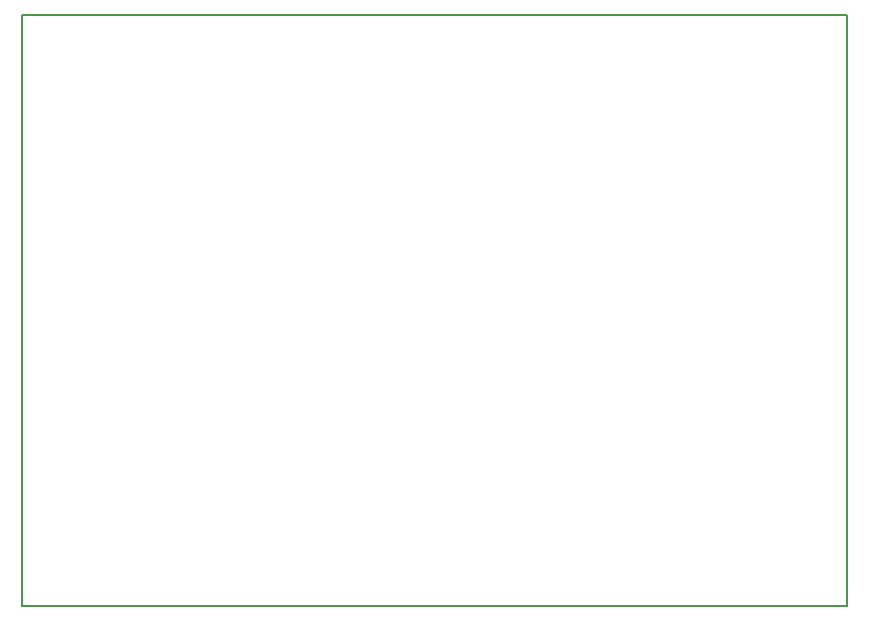
<source format=gm1>
G04 #@! TF.GenerationSoftware,KiCad,Pcbnew,(5.0.0)*
G04 #@! TF.CreationDate,2020-04-22T19:14:28+02:00*
G04 #@! TF.ProjectId,Homesensor,486F6D6573656E736F722E6B69636164,rev?*
G04 #@! TF.SameCoordinates,Original*
G04 #@! TF.FileFunction,Profile,NP*
%FSLAX46Y46*%
G04 Gerber Fmt 4.6, Leading zero omitted, Abs format (unit mm)*
G04 Created by KiCad (PCBNEW (5.0.0)) date 04/22/20 19:14:28*
%MOMM*%
%LPD*%
G01*
G04 APERTURE LIST*
%ADD10C,0.200000*%
G04 APERTURE END LIST*
D10*
X142875000Y-49930000D02*
X73025000Y-49930000D01*
X142875000Y-99930000D02*
X142875000Y-49930000D01*
X73025000Y-99930000D02*
X142875000Y-99930000D01*
X73025000Y-49930000D02*
X73025000Y-99930000D01*
M02*

</source>
